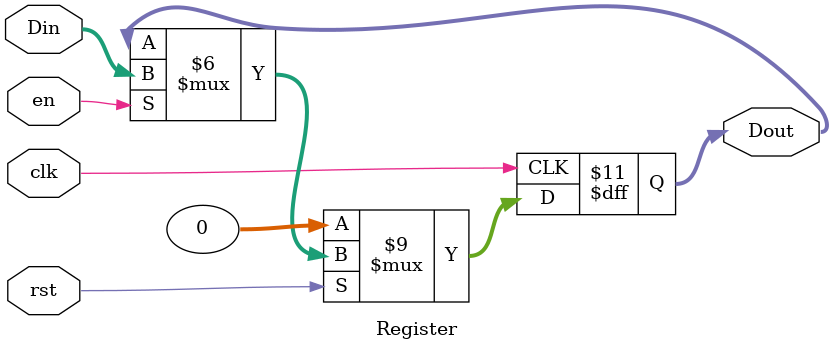
<source format=v>
`timescale 1ns / 1ps


module Register(clk, rst, en, Din, Dout);
    input en, clk, rst;
    input[31:0] Din;
    output reg [31:0] Dout;
    initial begin
        Dout <= 0;
    end
    always@(posedge clk) begin
        if(!rst)Dout <= 0;
        else begin
            if(en == 1'b1)Dout <= Din;
            else Dout <= Dout;
        end
    end
endmodule

</source>
